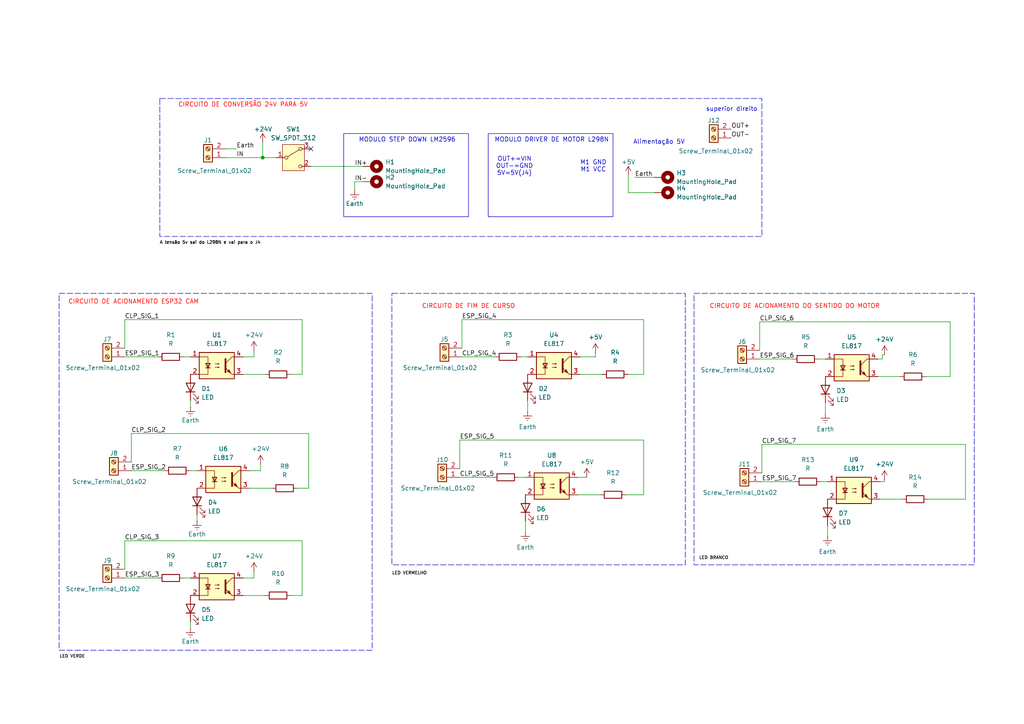
<source format=kicad_sch>
(kicad_sch (version 20231120) (generator "eeschema") (generator_version "8.0")
  (paper "A4")
  (lib_symbols
    (symbol "Connector:Screw_Terminal_01x02" (pin_names (offset 1.016) hide)
      (property "Reference" "J" (at 0 2.54 0))
      (property "Value" "Screw_Terminal_01x02" (at 0 -5.08 0))
      (symbol "Screw_Terminal_01x02_1_1"
        (rectangle (start -1.27 1.27) (end 1.27 -3.81) (stroke (width 0.254)) (fill (type background)))
        (circle (center 0 -2.54) (radius 0.635) (stroke (width 0.1524)))
        (polyline (pts (xy -0.5334 -2.2098) (xy 0.3302 -3.048)) (stroke (width 0.1524)))
        (polyline (pts (xy -0.5334 0.3302) (xy 0.3302 -0.508)) (stroke (width 0.1524)))
        (polyline (pts (xy -0.3556 -2.032) (xy 0.508 -2.8702)) (stroke (width 0.1524)))
        (polyline (pts (xy -0.3556 0.508) (xy 0.508 -0.3302)) (stroke (width 0.1524)))
        (circle (center 0 0) (radius 0.635) (stroke (width 0.1524)))
        (pin passive line (at -5.08 0 0) (length 3.81) (name "Pin_1") (number "1"))
        (pin passive line (at -5.08 -2.54 0) (length 3.81) (name "Pin_2") (number "2"))
      )
    )
    (symbol "Device:LED" (pin_numbers hide) (pin_names (offset 1.016) hide)
      (property "Reference" "D" (at 0 2.54 0))
      (property "Value" "LED" (at 0 -2.54 0))
      (symbol "LED_0_1"
        (polyline (pts (xy -1.27 -1.27) (xy -1.27 1.27)) (stroke (width 0.254)))
        (polyline (pts (xy -1.27 0) (xy 1.27 0)))
        (polyline (pts (xy 1.27 -1.27) (xy 1.27 1.27) (xy -1.27 0) (xy 1.27 -1.27)) (stroke (width 0.254)))
        (polyline (pts (xy -3.048 -0.762) (xy -4.572 -2.286) (xy -3.81 -2.286) (xy -4.572 -2.286) (xy -4.572 -1.524)))
        (polyline (pts (xy -1.778 -0.762) (xy -3.302 -2.286) (xy -2.54 -2.286) (xy -3.302 -2.286) (xy -3.302 -1.524)))
      )
      (symbol "LED_1_1"
        (pin passive line (at -3.81 0 0) (length 2.54) (name "K") (number "1"))
        (pin passive line (at 3.81 0 180) (length 2.54) (name "A") (number "2"))
      )
    )
    (symbol "Device:R" (pin_numbers hide) (pin_names (offset 0))
      (property "Reference" "R" (at 2.032 0 90))
      (property "Value" "R" (at 0 0 90))
      (symbol "R_0_1"
        (rectangle (start -1.016 -2.54) (end 1.016 2.54) (stroke (width 0.254)))
      )
      (symbol "R_1_1"
        (pin passive line (at 0 3.81 270) (length 1.27) (name "~") (number "1"))
        (pin passive line (at 0 -3.81 90) (length 1.27) (name "~") (number "2"))
      )
    )
    (symbol "Isolator:EL817" (pin_names (offset 1.016))
      (property "Reference" "U" (at -5.08 5.08 0))
      (property "Value" "EL817" (at 0 5.08 0))
      (symbol "EL817_0_1"
        (rectangle (start -5.08 3.81) (end 5.08 -3.81) (stroke (width 0.254)) (fill (type background)))
        (polyline (pts (xy -3.175 -0.635) (xy -1.905 -0.635)) (stroke (width 0.254)))
        (polyline (pts (xy 2.54 0.635) (xy 4.445 2.54)))
        (polyline (pts (xy 4.445 -2.54) (xy 2.54 -0.635)) (fill (type outline)))
        (polyline (pts (xy 4.445 -2.54) (xy 5.08 -2.54)))
        (polyline (pts (xy 4.445 2.54) (xy 5.08 2.54)))
        (polyline (pts (xy -5.08 2.54) (xy -2.54 2.54) (xy -2.54 -0.635)))
        (polyline (pts (xy -2.54 -0.635) (xy -2.54 -2.54) (xy -5.08 -2.54)))
        (polyline (pts (xy 2.54 1.905) (xy 2.54 -1.905) (xy 2.54 -1.905)) (stroke (width 0.508)))
        (polyline (pts (xy -2.54 -0.635) (xy -3.175 0.635) (xy -1.905 0.635) (xy -2.54 -0.635)) (stroke (width 0.254)))
        (polyline (pts (xy -0.508 -0.508) (xy 0.762 -0.508) (xy 0.381 -0.635) (xy 0.381 -0.381) (xy 0.762 -0.508)))
        (polyline (pts (xy -0.508 0.508) (xy 0.762 0.508) (xy 0.381 0.381) (xy 0.381 0.635) (xy 0.762 0.508)))
        (polyline (pts (xy 3.048 -1.651) (xy 3.556 -1.143) (xy 4.064 -2.159) (xy 3.048 -1.651) (xy 3.048 -1.651)) (fill (type outline)))
      )
      (symbol "EL817_1_1"
        (pin passive line (at -7.62 2.54 0) (length 2.54) (name "~") (number "1"))
        (pin passive line (at -7.62 -2.54 0) (length 2.54) (name "~") (number "2"))
        (pin passive line (at 7.62 -2.54 180) (length 2.54) (name "~") (number "3"))
        (pin passive line (at 7.62 2.54 180) (length 2.54) (name "~") (number "4"))
      )
    )
    (symbol "Mechanical:MountingHole_Pad" (pin_numbers hide) (pin_names (offset 1.016) hide) (exclude_from_sim yes) (in_bom no)
      (property "Reference" "H" (at 0 6.35 0))
      (property "Value" "MountingHole_Pad" (at 0 4.445 0))
      (symbol "MountingHole_Pad_0_1"
        (circle (center 0 1.27) (radius 1.27) (stroke (width 1.27)))
      )
      (symbol "MountingHole_Pad_1_1"
        (pin input line (at 0 -2.54 90) (length 2.54) (name "1") (number "1"))
      )
    )
    (symbol "Switch:SW_SPDT_312" (pin_names (offset 1) hide)
      (property "Reference" "SW" (at 0 5.08 0))
      (property "Value" "SW_SPDT_312" (at 0 -5.08 0))
      (symbol "SW_SPDT_312_0_1"
        (circle (center -2.032 0) (radius 0.4572))
        (polyline (pts (xy -1.651 0.254) (xy 1.651 2.286)))
        (circle (center 2.032 -2.54) (radius 0.4572))
        (circle (center 2.032 2.54) (radius 0.4572))
      )
      (symbol "SW_SPDT_312_1_1"
        (rectangle (start -3.175 3.81) (end 3.175 -3.81) (fill (type background)))
        (pin passive line (at -5.08 0 0) (length 2.54) (name "B") (number "1"))
        (pin passive line (at 5.08 -2.54 180) (length 2.54) (name "C") (number "2"))
        (pin passive line (at 5.08 2.54 180) (length 2.54) (name "A") (number "3"))
      )
    )
    (symbol "power:+24V" (power) (pin_numbers hide) (pin_names (offset 0) hide)
      (property "Value" "+24V" (at 0 3.556 0))
      (symbol "+24V_0_1"
        (polyline (pts (xy -0.762 1.27) (xy 0 2.54)))
        (polyline (pts (xy 0 0) (xy 0 2.54)))
        (polyline (pts (xy 0 2.54) (xy 0.762 1.27)))
      )
      (symbol "+24V_1_1"
        (pin power_in line (at 0 0 90) (length 0) (name "~") (number "1"))
      )
    )
    (symbol "power:+5V" (power) (pin_numbers hide) (pin_names (offset 0) hide)
      (property "Value" "+5V" (at 0 3.556 0))
      (symbol "+5V_0_1"
        (polyline (pts (xy -0.762 1.27) (xy 0 2.54)))
        (polyline (pts (xy 0 0) (xy 0 2.54)))
        (polyline (pts (xy 0 2.54) (xy 0.762 1.27)))
      )
      (symbol "+5V_1_1"
        (pin power_in line (at 0 0 90) (length 0) (name "~") (number "1"))
      )
    )
    (symbol "power:Earth" (power) (pin_numbers hide) (pin_names (offset 0) hide)
      (property "Value" "Earth" (at 0 -3.81 0))
      (symbol "Earth_0_1"
        (polyline (pts (xy -0.635 -1.905) (xy 0.635 -1.905)))
        (polyline (pts (xy -0.127 -2.54) (xy 0.127 -2.54)))
        (polyline (pts (xy 0 -1.27) (xy 0 0)))
        (polyline (pts (xy 1.27 -1.27) (xy -1.27 -1.27)))
      )
      (symbol "Earth_1_1"
        (pin power_in line (at 0 0 270) (length 0) (name "~") (number "1"))
      )
    )
  )
  (junction (at 76.2 45.72))
  (no_connect (at 90.17 43.18))
  (wire (pts (xy 255.905 104.14) (xy 254.635 104.14)))
  (wire (pts (xy 150.495 138.43) (xy 152.4 138.43)))
  (wire (pts (xy 280.035 144.78) (xy 280.035 128.905)))
  (wire (pts (xy 57.15 151.13) (xy 57.15 149.225)))
  (wire (pts (xy 87.63 108.585) (xy 87.63 92.71)))
  (wire (pts (xy 75.565 134.62) (xy 75.565 136.525)))
  (wire (pts (xy 87.63 92.71) (xy 36.195 92.71)))
  (wire (pts (xy 65.405 45.72) (xy 76.2 45.72)))
  (wire (pts (xy 36.195 92.71) (xy 36.195 100.965)))
  (wire (pts (xy 151.13 103.505) (xy 153.035 103.505)))
  (wire (pts (xy 76.2 41.275) (xy 76.2 45.72)))
  (wire (pts (xy 73.66 165.735) (xy 73.66 167.64)))
  (wire (pts (xy 255.27 144.78) (xy 261.62 144.78)))
  (wire (pts (xy 167.64 143.51) (xy 173.99 143.51)))
  (wire (pts (xy 220.345 104.14) (xy 229.87 104.14)))
  (wire (pts (xy 152.4 154.305) (xy 152.4 151.13)))
  (wire (pts (xy 172.72 103.505) (xy 168.275 103.505)))
  (wire (pts (xy 86.36 141.605) (xy 89.535 141.605)))
  (wire (pts (xy 84.455 172.72) (xy 87.63 172.72)))
  (wire (pts (xy 133.985 92.71) (xy 133.985 100.965)))
  (wire (pts (xy 70.485 108.585) (xy 76.835 108.585)))
  (wire (pts (xy 255.905 102.87) (xy 256.54 102.87)))
  (wire (pts (xy 55.245 118.11) (xy 55.245 116.205)))
  (wire (pts (xy 36.195 167.64) (xy 45.72 167.64)))
  (wire (pts (xy 87.63 156.845) (xy 36.195 156.845)))
  (wire (pts (xy 237.49 104.14) (xy 239.395 104.14)))
  (wire (pts (xy 70.485 172.72) (xy 76.835 172.72)))
  (wire (pts (xy 256.54 139.7) (xy 255.27 139.7)))
  (wire (pts (xy 55.245 182.245) (xy 55.245 180.34)))
  (wire (pts (xy 102.87 52.705) (xy 105.41 52.705)))
  (wire (pts (xy 133.985 103.505) (xy 143.51 103.505)))
  (wire (pts (xy 189.865 51.435) (xy 184.15 51.435)))
  (wire (pts (xy 275.59 109.22) (xy 275.59 93.345)))
  (wire (pts (xy 220.98 128.905) (xy 220.98 137.16)))
  (wire (pts (xy 238.125 139.7) (xy 240.03 139.7)))
  (wire (pts (xy 76.2 45.72) (xy 80.01 45.72)))
  (wire (pts (xy 268.605 109.22) (xy 275.59 109.22)))
  (wire (pts (xy 239.395 120.015) (xy 239.395 116.84)))
  (wire (pts (xy 72.39 141.605) (xy 78.74 141.605)))
  (wire (pts (xy 84.455 108.585) (xy 87.63 108.585)))
  (wire (pts (xy 182.245 55.88) (xy 189.865 55.88)))
  (wire (pts (xy 90.17 48.26) (xy 105.41 48.26)))
  (wire (pts (xy 73.66 101.6) (xy 73.66 103.505)))
  (wire (pts (xy 102.87 52.705) (xy 102.87 55.245)))
  (wire (pts (xy 220.345 93.345) (xy 275.59 93.345)))
  (wire (pts (xy 168.275 108.585) (xy 174.625 108.585)))
  (wire (pts (xy 256.54 139.065) (xy 256.54 139.7)))
  (wire (pts (xy 133.35 138.43) (xy 142.875 138.43)))
  (wire (pts (xy 36.195 156.845) (xy 36.195 165.1)))
  (wire (pts (xy 53.34 167.64) (xy 55.245 167.64)))
  (wire (pts (xy 133.35 127.635) (xy 133.35 135.89)))
  (wire (pts (xy 186.69 143.51) (xy 186.69 127.635)))
  (wire (pts (xy 220.98 139.7) (xy 230.505 139.7)))
  (wire (pts (xy 182.245 50.8) (xy 182.245 55.88)))
  (wire (pts (xy 172.72 102.235) (xy 172.72 103.505)))
  (wire (pts (xy 38.1 136.525) (xy 47.625 136.525)))
  (wire (pts (xy 269.24 144.78) (xy 280.035 144.78)))
  (wire (pts (xy 87.63 172.72) (xy 87.63 156.845)))
  (wire (pts (xy 133.985 92.71) (xy 186.69 92.71)))
  (wire (pts (xy 255.905 102.87) (xy 255.905 104.14)))
  (wire (pts (xy 73.66 103.505) (xy 70.485 103.505)))
  (wire (pts (xy 65.405 43.18) (xy 68.58 43.18)))
  (wire (pts (xy 181.61 143.51) (xy 186.69 143.51)))
  (wire (pts (xy 75.565 136.525) (xy 72.39 136.525)))
  (wire (pts (xy 133.35 127.635) (xy 186.69 127.635)))
  (wire (pts (xy 182.245 108.585) (xy 186.69 108.585)))
  (wire (pts (xy 254.635 109.22) (xy 260.985 109.22)))
  (wire (pts (xy 53.34 103.505) (xy 55.245 103.505)))
  (wire (pts (xy 240.03 155.575) (xy 240.03 152.4)))
  (wire (pts (xy 186.69 108.585) (xy 186.69 92.71)))
  (wire (pts (xy 220.98 128.905) (xy 280.035 128.905)))
  (wire (pts (xy 153.035 119.38) (xy 153.035 116.205)))
  (wire (pts (xy 38.1 125.73) (xy 38.1 133.985)))
  (wire (pts (xy 167.64 138.43) (xy 170.18 138.43)))
  (wire (pts (xy 220.345 93.345) (xy 220.345 101.6)))
  (wire (pts (xy 89.535 141.605) (xy 89.535 125.73)))
  (wire (pts (xy 55.245 136.525) (xy 57.15 136.525)))
  (wire (pts (xy 89.535 125.73) (xy 38.1 125.73)))
  (wire (pts (xy 73.66 167.64) (xy 70.485 167.64)))
  (wire (pts (xy 36.195 103.505) (xy 45.72 103.505)))
  (rectangle (start 17.145 85.09) (end 107.95 188.595) (stroke (width 0) (type dash)))
  (rectangle (start 46.355 28.575) (end 220.98 68.58) (stroke (width 0) (type dash)))
  (rectangle (start 99.695 38.735) (end 135.89 62.865))
  (rectangle (start 201.295 85.09) (end 282.575 163.83) (stroke (width 0) (type dash)))
  (rectangle (start 141.605 38.735) (end 177.8 62.865))
  (rectangle (start 113.665 85.09) (end 198.755 163.83) (stroke (width 0) (type dash)))
  (text "CIRCUITO DE CONVERSÃO 24V PARA 5V" (at 70.485 30.48 0) (effects (font (size 1.27 1.27))))
  (text "CIRCUITO DE ACIONAMENTO ESP32 CAM" (at 38.735 87.63 0) (effects (font (size 1.27 1.27))))
  (text "OUT+=VIN\nOUT-=GND\n5V=5V(J4)" (at 149.225 48.26 0) (effects (font (size 1.27 1.27))))
  (text "superior direito " (at 212.725 31.75 0) (effects (font (size 1.27 1.27))))
  (text "LED VERMELHO" (at 118.745 166.37 0) (effects (font (size 0.889 0.889))))
  (text "LED BRANCO" (at 207.01 161.925 0) (effects (font (size 0.889 0.889))))
  (text "M1 GND\nM1 VCC" (at 172.085 48.26 0) (effects (font (size 1.27 1.27))))
  (text "A tensão 5v sai do L298N e vai para o J4" (at 60.96 70.485 0) (effects (font (size 0.889 0.889))))
  (text "CIRCUITO DE ACIONAMENTO DO SENTIDO DO MOTOR" (at 230.505 88.9 0) (effects (font (size 1.27 1.27))))
  (text "MODULO DRIVER DE MOTOR L298N" (at 160.02 40.64 0) (effects (font (size 1.27 1.27))))
  (text "MODULO STEP DOWN LM2596" (at 118.11 40.64 0) (effects (font (size 1.27 1.27))))
  (text "Alimentação 5V" (at 191.135 41.275 0) (effects (font (size 1.27 1.27))))
  (text "LED VERDE" (at 20.955 190.5 0) (effects (font (size 0.889 0.889))))
  (text "CIRCUITO DE FIM DE CURSO" (at 135.89 88.9 0) (effects (font (size 1.27 1.27))))
  (label "IN" (at 68.58 45.72 0))
  (label "ESP_SIG_5" (at 133.35 127.635 0))
  (label "ESP_SIG_4" (at 133.985 92.71 0))
  (label "CLP_SIG_6" (at 220.345 93.345 0))
  (label "CLP_SIG_1" (at 36.195 92.71 0))
  (label "ESP_SIG_6" (at 220.345 104.14 0))
  (label "ESP_SIG_1" (at 36.195 103.505 0))
  (label "IN+" (at 102.87 48.26 0))
  (label "ESP_SIG_7" (at 220.98 139.7 0))
  (label "CLP_SIG_4" (at 133.985 103.505 0))
  (label "CLP_SIG_2" (at 38.1 125.73 0))
  (label "OUT-" (at 212.09 40.005 0))
  (label "OUT+" (at 212.09 37.465 0))
  (label "ESP_SIG_2" (at 38.1 136.525 0))
  (label "CLP_SIG_5" (at 133.35 138.43 0))
  (label "Earth" (at 68.58 43.18 0))
  (label "CLP_SIG_7" (at 220.98 128.905 0))
  (label "ESP_SIG_3" (at 36.195 167.64 0))
  (label "CLP_SIG_3" (at 36.195 156.845 0))
  (label "IN-" (at 102.87 52.705 0))
  (label "Earth" (at 184.15 51.435 0))
  (symbol (lib_id "power:Earth") (at 55.245 118.11 0) (unit 1)
    (property "Reference" "#PWR03" (effects (hide yes)))
    (property "Value" "Earth" (at 55.245 121.92 0))
    (property "Description" "Power symbol creates a global label with name \"Earth\"" (effects (hide yes)))
  )
  (symbol (lib_id "power:+5V") (at 75.565 134.62 0) (unit 1)
    (property "Reference" "#PWR08" (effects (hide yes)))
    (property "Value" "+24V" (at 75.565 130.175 0))
    (property "Description" "Power symbol creates a global label with name \"+5V\"" (effects (hide yes)))
  )
  (symbol (lib_id "Isolator:EL817") (at 247.015 106.68 0) (unit 1)
    (property "Reference" "U5" (at 247.015 97.79 0))
    (property "Value" "EL817" (at 247.015 100.33 0))
    (property "Footprint" "Package_DIP:DIP-4_W7.62mm" (effects (hide yes)))
    (property "Datasheet" "http://www.everlight.com/file/ProductFile/EL817.pdf" (effects (hide yes)))
    (property "Description" "DC Optocoupler, Vce 35V, DIP-4" (effects (hide yes)))
  )
  (symbol (lib_id "Mechanical:MountingHole_Pad") (at 192.405 55.88 270) (unit 1) (exclude_from_sim yes) (in_bom no)
    (property "Reference" "H4" (at 196.215 54.6099 90) (effects (justify left)))
    (property "Value" "MountingHole_Pad" (at 196.215 57.1499 90) (effects (justify left)))
    (property "Footprint" "MountingHole:MountingHole_2.5mm_Pad" (effects (hide yes)))
    (property "Description" "Mounting Hole with connection" (effects (hide yes)))
  )
  (symbol (lib_id "Device:R") (at 80.645 172.72 90) (unit 1)
    (property "Reference" "R10" (at 80.645 166.37 90))
    (property "Value" "R" (at 80.645 168.91 90))
    (property "Footprint" "Resistor_THT:R_Axial_DIN0207_L6.3mm_D2.5mm_P10.16mm_Horizontal" (effects (hide yes)))
    (property "Description" "Resistor" (effects (hide yes)))
  )
  (symbol (lib_id "power:Earth") (at 57.15 151.13 0) (unit 1)
    (property "Reference" "#PWR01" (effects (hide yes)))
    (property "Value" "Earth" (at 57.15 154.94 0))
    (property "Description" "Power symbol creates a global label with name \"Earth\"" (effects (hide yes)))
  )
  (symbol (lib_id "power:Earth") (at 55.245 182.245 0) (unit 1)
    (property "Reference" "#PWR012" (effects (hide yes)))
    (property "Value" "Earth" (at 55.245 186.055 0))
    (property "Description" "Power symbol creates a global label with name \"Earth\"" (effects (hide yes)))
  )
  (symbol (lib_id "power:+5V") (at 256.54 139.065 0) (unit 1)
    (property "Reference" "#PWR017" (effects (hide yes)))
    (property "Value" "+24V" (at 256.54 134.62 0))
    (property "Description" "Power symbol creates a global label with name \"+5V\"" (effects (hide yes)))
  )
  (symbol (lib_id "Device:R") (at 233.68 104.14 90) (unit 1)
    (property "Reference" "R5" (at 233.68 97.79 90))
    (property "Value" "R" (at 233.68 100.33 90))
    (property "Footprint" "Resistor_THT:R_Axial_DIN0207_L6.3mm_D2.5mm_P10.16mm_Horizontal" (effects (hide yes)))
    (property "Description" "Resistor" (effects (hide yes)))
  )
  (symbol (lib_id "Device:R") (at 80.645 108.585 90) (unit 1)
    (property "Reference" "R2" (at 80.645 102.235 90))
    (property "Value" "R" (at 80.645 104.775 90))
    (property "Footprint" "Resistor_THT:R_Axial_DIN0207_L6.3mm_D2.5mm_P10.16mm_Horizontal" (effects (hide yes)))
    (property "Description" "Resistor" (effects (hide yes)))
  )
  (symbol (lib_id "power:+5V") (at 73.66 165.735 0) (unit 1)
    (property "Reference" "#PWR013" (effects (hide yes)))
    (property "Value" "+24V" (at 73.66 161.29 0))
    (property "Description" "Power symbol creates a global label with name \"+5V\"" (effects (hide yes)))
  )
  (symbol (lib_id "Device:LED") (at 152.4 147.32 90) (unit 1)
    (property "Reference" "D6" (at 155.575 147.6374 90) (effects (justify right)))
    (property "Value" "LED" (at 155.575 150.1774 90) (effects (justify right)))
    (property "Footprint" "LED_THT:LED_D5.0mm_IRBlack" (effects (hide yes)))
    (property "Description" "Light emitting diode" (effects (hide yes)))
  )
  (symbol (lib_id "Isolator:EL817") (at 64.77 139.065 0) (unit 1)
    (property "Reference" "U6" (at 64.77 130.175 0))
    (property "Value" "EL817" (at 64.77 132.715 0))
    (property "Footprint" "Package_DIP:DIP-4_W7.62mm" (effects (hide yes)))
    (property "Datasheet" "http://www.everlight.com/file/ProductFile/EL817.pdf" (effects (hide yes)))
    (property "Description" "DC Optocoupler, Vce 35V, DIP-4" (effects (hide yes)))
  )
  (symbol (lib_id "power:+5V") (at 256.54 102.87 0) (unit 1)
    (property "Reference" "#PWR010" (effects (hide yes)))
    (property "Value" "+24V" (at 256.54 98.425 0))
    (property "Description" "Power symbol creates a global label with name \"+5V\"" (effects (hide yes)))
  )
  (symbol (lib_id "power:Earth") (at 240.03 155.575 0) (unit 1)
    (property "Reference" "#PWR016" (effects (hide yes)))
    (property "Value" "Earth" (at 240.03 160.02 0))
    (property "Description" "Power symbol creates a global label with name \"Earth\"" (effects (hide yes)))
  )
  (symbol (lib_id "Connector:Screw_Terminal_01x02") (at 31.115 167.64 180) (unit 1)
    (property "Reference" "J9" (at 31.115 162.56 0))
    (property "Value" "Screw_Terminal_01x02" (at 29.845 170.815 0))
    (property "Footprint" "TerminalBlock_Phoenix:TerminalBlock_Phoenix_MKDS-1,5-2_1x02_P5.00mm_Horizontal" (effects (hide yes)))
    (property "Description" "Generic screw terminal, single row, 01x02, script generated (kicad-library-utils/schlib/autogen/connector/)" (effects (hide yes)))
  )
  (symbol (lib_id "power:Earth") (at 153.035 119.38 0) (unit 1)
    (property "Reference" "#PWR06" (effects (hide yes)))
    (property "Value" "Earth" (at 153.035 123.825 0))
    (property "Description" "Power symbol creates a global label with name \"Earth\"" (effects (hide yes)))
  )
  (symbol (lib_id "Connector:Screw_Terminal_01x02") (at 215.9 139.7 180) (unit 1)
    (property "Reference" "J11" (at 215.9 134.62 0))
    (property "Value" "Screw_Terminal_01x02" (at 214.63 142.875 0))
    (property "Footprint" "TerminalBlock_Phoenix:TerminalBlock_Phoenix_MKDS-1,5-2_1x02_P5.00mm_Horizontal" (effects (hide yes)))
    (property "Description" "Generic screw terminal, single row, 01x02, script generated (kicad-library-utils/schlib/autogen/connector/)" (effects (hide yes)))
  )
  (symbol (lib_id "power:Earth") (at 152.4 154.305 0) (unit 1)
    (property "Reference" "#PWR014" (effects (hide yes)))
    (property "Value" "Earth" (at 152.4 158.75 0))
    (property "Description" "Power symbol creates a global label with name \"Earth\"" (effects (hide yes)))
  )
  (symbol (lib_id "Connector:Screw_Terminal_01x02") (at 207.01 40.005 180) (unit 1)
    (property "Reference" "J12" (at 207.01 34.925 0))
    (property "Value" "Screw_Terminal_01x02" (at 207.645 43.815 0))
    (property "Footprint" "TerminalBlock_Phoenix:TerminalBlock_Phoenix_MKDS-1,5-2_1x02_P5.00mm_Horizontal" (effects (hide yes)))
    (property "Description" "Generic screw terminal, single row, 01x02, script generated (kicad-library-utils/schlib/autogen/connector/)" (effects (hide yes)))
  )
  (symbol (lib_id "Device:LED") (at 239.395 113.03 90) (unit 1)
    (property "Reference" "D3" (at 242.57 113.3474 90) (effects (justify right)))
    (property "Value" "LED" (at 242.57 115.8874 90) (effects (justify right)))
    (property "Footprint" "LED_THT:LED_D5.0mm_IRBlack" (effects (hide yes)))
    (property "Description" "Light emitting diode" (effects (hide yes)))
  )
  (symbol (lib_id "Connector:Screw_Terminal_01x02") (at 215.265 104.14 180) (unit 1)
    (property "Reference" "J6" (at 215.265 99.06 0))
    (property "Value" "Screw_Terminal_01x02" (at 213.995 107.315 0))
    (property "Footprint" "TerminalBlock_Phoenix:TerminalBlock_Phoenix_MKDS-1,5-2_1x02_P5.00mm_Horizontal" (effects (hide yes)))
    (property "Description" "Generic screw terminal, single row, 01x02, script generated (kicad-library-utils/schlib/autogen/connector/)" (effects (hide yes)))
  )
  (symbol (lib_id "Device:R") (at 178.435 108.585 90) (unit 1)
    (property "Reference" "R4" (at 178.435 102.235 90))
    (property "Value" "R" (at 178.435 104.775 90))
    (property "Footprint" "Resistor_THT:R_Axial_DIN0207_L6.3mm_D2.5mm_P10.16mm_Horizontal" (effects (hide yes)))
    (property "Description" "Resistor" (effects (hide yes)))
  )
  (symbol (lib_id "Isolator:EL817") (at 62.865 106.045 0) (unit 1)
    (property "Reference" "U1" (at 62.865 97.155 0))
    (property "Value" "EL817" (at 62.865 99.695 0))
    (property "Footprint" "Package_DIP:DIP-4_W7.62mm" (effects (hide yes)))
    (property "Datasheet" "http://www.everlight.com/file/ProductFile/EL817.pdf" (effects (hide yes)))
    (property "Description" "DC Optocoupler, Vce 35V, DIP-4" (effects (hide yes)))
  )
  (symbol (lib_id "power:+5V") (at 170.18 138.43 0) (unit 1)
    (property "Reference" "#PWR015" (effects (hide yes)))
    (property "Value" "+5V" (at 170.18 133.985 0))
    (property "Description" "Power symbol creates a global label with name \"+5V\"" (effects (hide yes)))
  )
  (symbol (lib_id "Mechanical:MountingHole_Pad") (at 107.95 48.26 270) (unit 1) (exclude_from_sim yes) (in_bom no)
    (property "Reference" "H1" (at 111.76 46.9899 90) (effects (justify left)))
    (property "Value" "MountingHole_Pad" (at 111.76 49.5299 90) (effects (justify left)))
    (property "Footprint" "MountingHole:MountingHole_2.5mm_Pad" (effects (hide yes)))
    (property "Description" "Mounting Hole with connection" (effects (hide yes)))
  )
  (symbol (lib_id "Connector:Screw_Terminal_01x02") (at 128.905 103.505 180) (unit 1)
    (property "Reference" "J5" (at 128.905 98.425 0))
    (property "Value" "Screw_Terminal_01x02" (at 127.635 106.68 0))
    (property "Footprint" "TerminalBlock_Phoenix:TerminalBlock_Phoenix_MKDS-1,5-2_1x02_P5.00mm_Horizontal" (effects (hide yes)))
    (property "Description" "Generic screw terminal, single row, 01x02, script generated (kicad-library-utils/schlib/autogen/connector/)" (effects (hide yes)))
  )
  (symbol (lib_id "Device:R") (at 82.55 141.605 90) (unit 1)
    (property "Reference" "R8" (at 82.55 135.255 90))
    (property "Value" "R" (at 82.55 137.795 90))
    (property "Footprint" "Resistor_THT:R_Axial_DIN0207_L6.3mm_D2.5mm_P10.16mm_Horizontal" (effects (hide yes)))
    (property "Description" "Resistor" (effects (hide yes)))
  )
  (symbol (lib_id "power:+5V") (at 76.2 41.275 0) (unit 1)
    (property "Reference" "#PWR04" (effects (hide yes)))
    (property "Value" "+24V" (at 73.66 37.465 0) (effects (justify left)))
    (property "Description" "Power symbol creates a global label with name \"+5V\"" (effects (hide yes)))
  )
  (symbol (lib_id "Mechanical:MountingHole_Pad") (at 107.95 52.705 270) (unit 1) (exclude_from_sim yes) (in_bom no)
    (property "Reference" "H2" (at 111.76 51.4349 90) (effects (justify left)))
    (property "Value" "MountingHole_Pad" (at 111.76 53.9749 90) (effects (justify left)))
    (property "Footprint" "MountingHole:MountingHole_2.5mm_Pad" (effects (hide yes)))
    (property "Description" "Mounting Hole with connection" (effects (hide yes)))
  )
  (symbol (lib_id "Isolator:EL817") (at 62.865 170.18 0) (unit 1)
    (property "Reference" "U7" (at 62.865 161.29 0))
    (property "Value" "EL817" (at 62.865 163.83 0))
    (property "Footprint" "Package_DIP:DIP-4_W7.62mm" (effects (hide yes)))
    (property "Datasheet" "http://www.everlight.com/file/ProductFile/EL817.pdf" (effects (hide yes)))
    (property "Description" "DC Optocoupler, Vce 35V, DIP-4" (effects (hide yes)))
  )
  (symbol (lib_id "Connector:Screw_Terminal_01x02") (at 60.325 45.72 180) (unit 1)
    (property "Reference" "J1" (at 60.325 40.64 0))
    (property "Value" "Screw_Terminal_01x02" (at 62.23 49.53 0))
    (property "Footprint" "TerminalBlock_Phoenix:TerminalBlock_Phoenix_MKDS-1,5-2_1x02_P5.00mm_Horizontal" (effects (hide yes)))
    (property "Description" "Generic screw terminal, single row, 01x02, script generated (kicad-library-utils/schlib/autogen/connector/)" (effects (hide yes)))
  )
  (symbol (lib_id "Device:R") (at 49.53 103.505 90) (unit 1)
    (property "Reference" "R1" (at 49.53 97.155 90))
    (property "Value" "R" (at 49.53 99.695 90))
    (property "Footprint" "Resistor_THT:R_Axial_DIN0207_L6.3mm_D2.5mm_P10.16mm_Horizontal" (effects (hide yes)))
    (property "Description" "Resistor" (effects (hide yes)))
  )
  (symbol (lib_id "Device:R") (at 146.685 138.43 90) (unit 1)
    (property "Reference" "R11" (at 146.685 132.08 90))
    (property "Value" "R" (at 146.685 134.62 90))
    (property "Footprint" "Resistor_THT:R_Axial_DIN0207_L6.3mm_D2.5mm_P10.16mm_Horizontal" (effects (hide yes)))
    (property "Description" "Resistor" (effects (hide yes)))
  )
  (symbol (lib_id "Device:R") (at 265.43 144.78 90) (unit 1)
    (property "Reference" "R14" (at 265.43 138.43 90))
    (property "Value" "R" (at 265.43 140.97 90))
    (property "Footprint" "Resistor_THT:R_Axial_DIN0207_L6.3mm_D2.5mm_P10.16mm_Horizontal" (effects (hide yes)))
    (property "Description" "Resistor" (effects (hide yes)))
  )
  (symbol (lib_id "power:+5V") (at 73.66 101.6 0) (unit 1)
    (property "Reference" "#PWR011" (effects (hide yes)))
    (property "Value" "+24V" (at 73.66 97.155 0))
    (property "Description" "Power symbol creates a global label with name \"+5V\"" (effects (hide yes)))
  )
  (symbol (lib_id "Isolator:EL817") (at 247.65 142.24 0) (unit 1)
    (property "Reference" "U9" (at 247.65 133.35 0))
    (property "Value" "EL817" (at 247.65 135.89 0))
    (property "Footprint" "Package_DIP:DIP-4_W7.62mm" (effects (hide yes)))
    (property "Datasheet" "http://www.everlight.com/file/ProductFile/EL817.pdf" (effects (hide yes)))
    (property "Description" "DC Optocoupler, Vce 35V, DIP-4" (effects (hide yes)))
  )
  (symbol (lib_id "Device:R") (at 234.315 139.7 90) (unit 1)
    (property "Reference" "R13" (at 234.315 133.35 90))
    (property "Value" "R" (at 234.315 135.89 90))
    (property "Footprint" "Resistor_THT:R_Axial_DIN0207_L6.3mm_D2.5mm_P10.16mm_Horizontal" (effects (hide yes)))
    (property "Description" "Resistor" (effects (hide yes)))
  )
  (symbol (lib_id "Device:R") (at 177.8 143.51 90) (unit 1)
    (property "Reference" "R12" (at 177.8 137.16 90))
    (property "Value" "R" (at 177.8 139.7 90))
    (property "Footprint" "Resistor_THT:R_Axial_DIN0207_L6.3mm_D2.5mm_P10.16mm_Horizontal" (effects (hide yes)))
    (property "Description" "Resistor" (effects (hide yes)))
  )
  (symbol (lib_id "power:Earth") (at 102.87 55.245 0) (unit 1)
    (property "Reference" "#PWR05" (effects (hide yes)))
    (property "Value" "Earth" (at 102.87 59.055 0))
    (property "Description" "Power symbol creates a global label with name \"Earth\"" (effects (hide yes)))
  )
  (symbol (lib_id "Device:LED") (at 55.245 112.395 90) (unit 1)
    (property "Reference" "D1" (at 58.42 112.7124 90) (effects (justify right)))
    (property "Value" "LED" (at 58.42 115.2524 90) (effects (justify right)))
    (property "Footprint" "LED_THT:LED_D5.0mm_IRBlack" (effects (hide yes)))
    (property "Description" "Light emitting diode" (effects (hide yes)))
  )
  (symbol (lib_id "Device:LED") (at 57.15 145.415 90) (unit 1)
    (property "Reference" "D4" (at 60.325 145.7324 90) (effects (justify right)))
    (property "Value" "LED" (at 60.325 148.2724 90) (effects (justify right)))
    (property "Footprint" "LED_THT:LED_D5.0mm_IRBlack" (effects (hide yes)))
    (property "Description" "Light emitting diode" (effects (hide yes)))
  )
  (symbol (lib_id "Mechanical:MountingHole_Pad") (at 192.405 51.435 270) (unit 1) (exclude_from_sim yes) (in_bom no)
    (property "Reference" "H3" (at 196.215 50.1649 90) (effects (justify left)))
    (property "Value" "MountingHole_Pad" (at 196.215 52.7049 90) (effects (justify left)))
    (property "Footprint" "MountingHole:MountingHole_2.5mm_Pad" (effects (hide yes)))
    (property "Description" "Mounting Hole with connection" (effects (hide yes)))
  )
  (symbol (lib_id "Connector:Screw_Terminal_01x02") (at 31.115 103.505 180) (unit 1)
    (property "Reference" "J7" (at 31.115 98.425 0))
    (property "Value" "Screw_Terminal_01x02" (at 29.845 106.68 0))
    (property "Footprint" "TerminalBlock_Phoenix:TerminalBlock_Phoenix_MKDS-1,5-2_1x02_P5.00mm_Horizontal" (effects (hide yes)))
    (property "Description" "Generic screw terminal, single row, 01x02, script generated (kicad-library-utils/schlib/autogen/connector/)" (effects (hide yes)))
  )
  (symbol (lib_id "Isolator:EL817") (at 160.02 140.97 0) (unit 1)
    (property "Reference" "U8" (at 160.02 132.08 0))
    (property "Value" "EL817" (at 160.02 134.62 0))
    (property "Footprint" "Package_DIP:DIP-4_W7.62mm" (effects (hide yes)))
    (property "Datasheet" "http://www.everlight.com/file/ProductFile/EL817.pdf" (effects (hide yes)))
    (property "Description" "DC Optocoupler, Vce 35V, DIP-4" (effects (hide yes)))
  )
  (symbol (lib_id "Device:R") (at 264.795 109.22 90) (unit 1)
    (property "Reference" "R6" (at 264.795 102.87 90))
    (property "Value" "R" (at 264.795 105.41 90))
    (property "Footprint" "Resistor_THT:R_Axial_DIN0207_L6.3mm_D2.5mm_P10.16mm_Horizontal" (effects (hide yes)))
    (property "Description" "Resistor" (effects (hide yes)))
  )
  (symbol (lib_id "Device:LED") (at 55.245 176.53 90) (unit 1)
    (property "Reference" "D5" (at 58.42 176.8474 90) (effects (justify right)))
    (property "Value" "LED" (at 58.42 179.3874 90) (effects (justify right)))
    (property "Footprint" "LED_THT:LED_D5.0mm_IRBlack" (effects (hide yes)))
    (property "Description" "Light emitting diode" (effects (hide yes)))
  )
  (symbol (lib_id "Switch:SW_SPDT_312") (at 85.09 45.72 0) (unit 1)
    (property "Reference" "SW1" (at 85.09 37.465 0))
    (property "Value" "SW_SPDT_312" (at 85.09 40.005 0))
    (property "Footprint" "chave:SW_100SP1T1B4M2QE" (effects (hide yes)))
    (property "Description" "Switch, single pole double throw" (effects (hide yes)))
  )
  (symbol (lib_id "Connector:Screw_Terminal_01x02") (at 33.02 136.525 180) (unit 1)
    (property "Reference" "J8" (at 33.02 131.445 0))
    (property "Value" "Screw_Terminal_01x02" (at 31.75 139.7 0))
    (property "Footprint" "TerminalBlock_Phoenix:TerminalBlock_Phoenix_MKDS-1,5-2_1x02_P5.00mm_Horizontal" (effects (hide yes)))
    (property "Description" "Generic screw terminal, single row, 01x02, script generated (kicad-library-utils/schlib/autogen/connector/)" (effects (hide yes)))
  )
  (symbol (lib_id "Device:R") (at 147.32 103.505 90) (unit 1)
    (property "Reference" "R3" (at 147.32 97.155 90))
    (property "Value" "R" (at 147.32 99.695 90))
    (property "Footprint" "Resistor_THT:R_Axial_DIN0207_L6.3mm_D2.5mm_P10.16mm_Horizontal" (effects (hide yes)))
    (property "Description" "Resistor" (effects (hide yes)))
  )
  (symbol (lib_id "Device:LED") (at 240.03 148.59 90) (unit 1)
    (property "Reference" "D7" (at 243.205 148.9074 90) (effects (justify right)))
    (property "Value" "LED" (at 243.205 151.4474 90) (effects (justify right)))
    (property "Footprint" "LED_THT:LED_D5.0mm_IRBlack" (effects (hide yes)))
    (property "Description" "Light emitting diode" (effects (hide yes)))
  )
  (symbol (lib_id "Device:R") (at 51.435 136.525 90) (unit 1)
    (property "Reference" "R7" (at 51.435 130.175 90))
    (property "Value" "R" (at 51.435 132.715 90))
    (property "Footprint" "Resistor_THT:R_Axial_DIN0207_L6.3mm_D2.5mm_P10.16mm_Horizontal" (effects (hide yes)))
    (property "Description" "Resistor" (effects (hide yes)))
  )
  (symbol (lib_id "Isolator:EL817") (at 160.655 106.045 0) (unit 1)
    (property "Reference" "U4" (at 160.655 97.155 0))
    (property "Value" "EL817" (at 160.655 99.695 0))
    (property "Footprint" "Package_DIP:DIP-4_W7.62mm" (effects (hide yes)))
    (property "Datasheet" "http://www.everlight.com/file/ProductFile/EL817.pdf" (effects (hide yes)))
    (property "Description" "DC Optocoupler, Vce 35V, DIP-4" (effects (hide yes)))
  )
  (symbol (lib_id "Device:R") (at 49.53 167.64 90) (unit 1)
    (property "Reference" "R9" (at 49.53 161.29 90))
    (property "Value" "R" (at 49.53 163.83 90))
    (property "Footprint" "Resistor_THT:R_Axial_DIN0207_L6.3mm_D2.5mm_P10.16mm_Horizontal" (effects (hide yes)))
    (property "Description" "Resistor" (effects (hide yes)))
  )
  (symbol (lib_id "power:+24V") (at 182.245 50.8 0) (unit 1)
    (property "Reference" "#PWR02" (effects (hide yes)))
    (property "Value" "+5V" (at 182.245 46.99 0))
    (property "Description" "Power symbol creates a global label with name \"+24V\"" (effects (hide yes)))
  )
  (symbol (lib_id "Connector:Screw_Terminal_01x02") (at 128.27 138.43 180) (unit 1)
    (property "Reference" "J10" (at 128.27 133.35 0))
    (property "Value" "Screw_Terminal_01x02" (at 127 141.605 0))
    (property "Footprint" "TerminalBlock_Phoenix:TerminalBlock_Phoenix_MKDS-1,5-2_1x02_P5.00mm_Horizontal" (effects (hide yes)))
    (property "Description" "Generic screw terminal, single row, 01x02, script generated (kicad-library-utils/schlib/autogen/connector/)" (effects (hide yes)))
  )
  (symbol (lib_id "power:Earth") (at 239.395 120.015 0) (unit 1)
    (property "Reference" "#PWR09" (effects (hide yes)))
    (property "Value" "Earth" (at 239.395 124.46 0))
    (property "Description" "Power symbol creates a global label with name \"Earth\"" (effects (hide yes)))
  )
  (symbol (lib_id "power:+5V") (at 172.72 102.235 0) (unit 1)
    (property "Reference" "#PWR07" (effects (hide yes)))
    (property "Value" "+5V" (at 172.72 97.79 0))
    (property "Description" "Power symbol creates a global label with name \"+5V\"" (effects (hide yes)))
  )
  (symbol (lib_id "Device:LED") (at 153.035 112.395 90) (unit 1)
    (property "Reference" "D2" (at 156.21 112.7124 90) (effects (justify right)))
    (property "Value" "LED" (at 156.21 115.2524 90) (effects (justify right)))
    (property "Footprint" "LED_THT:LED_D5.0mm_IRBlack" (effects (hide yes)))
    (property "Description" "Light emitting diode" (effects (hide yes)))
  )
)
</source>
